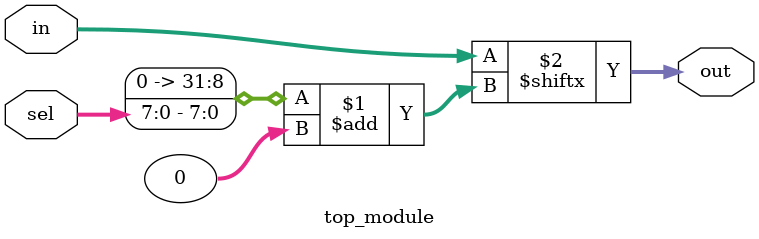
<source format=sv>
module top_module (
    input [1023:0] in,
    input [7:0] sel,
    output [3:0] out
);

    assign out = in[sel +: 4];

endmodule

</source>
